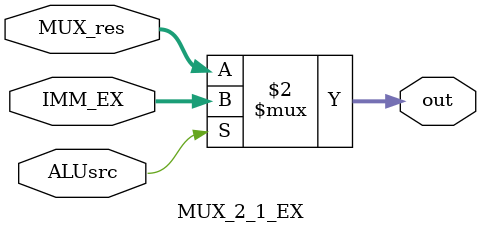
<source format=v>
`timescale 1ns / 1ps


module MUX_2_1_EX(MUX_res, IMM_EX, ALUsrc, out);
    input [31:0] MUX_res, IMM_EX;
    input ALUsrc;
    output [31:0] out;
    
    assign out = (ALUsrc == 1'b0) ? MUX_res : IMM_EX;
    
endmodule
</source>
